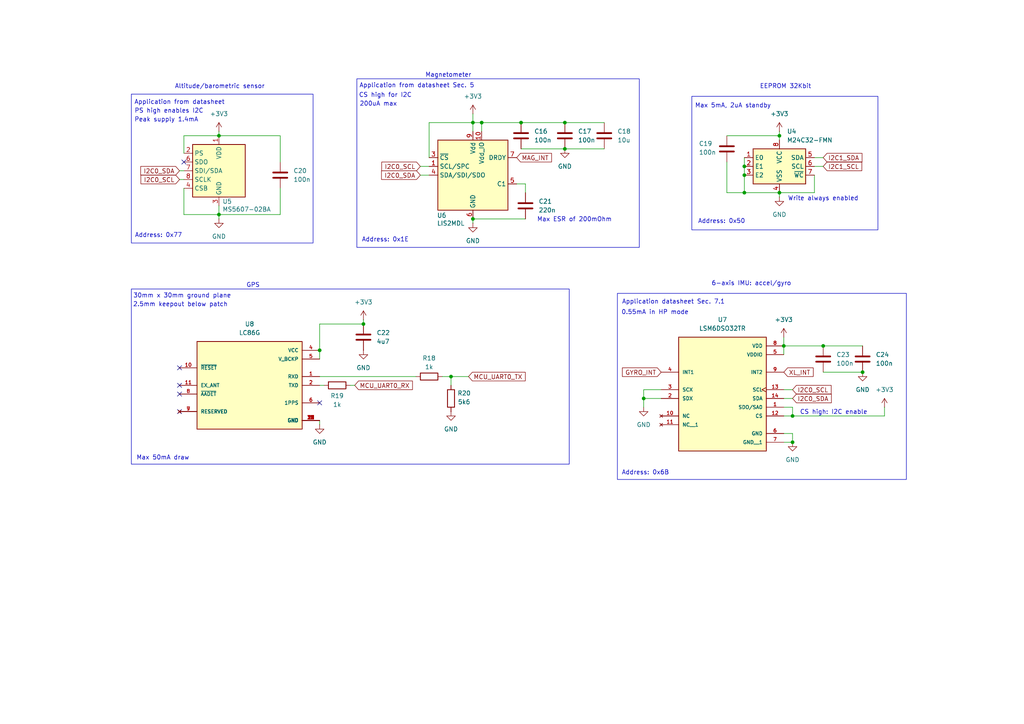
<source format=kicad_sch>
(kicad_sch (version 20231120) (generator "eeschema") (generator_version "8.0")
  (paper "A4")
  (title_block (title "Pygmy") (date "2024-11-11") (rev "B") (company "Matteo Golin"))
  (lib_symbols
    (symbol "Device:C" (pin_numbers hide) (pin_names (offset 0.254))
      (property "Reference" "C" (at 0.635 2.54 0))
      (property "Value" "C" (at 0.635 -2.54 0))
      (symbol "C_0_1"
        (polyline (pts (xy -2.032 -0.762) (xy 2.032 -0.762)) (stroke (width 0.508)))
        (polyline (pts (xy -2.032 0.762) (xy 2.032 0.762)) (stroke (width 0.508)))
      )
      (symbol "C_1_1"
        (pin passive line (at 0 3.81 270) (length 2.794) (name "~") (number "1"))
        (pin passive line (at 0 -3.81 90) (length 2.794) (name "~") (number "2"))
      )
    )
    (symbol "Device:R" (pin_numbers hide) (pin_names (offset 0))
      (property "Reference" "R" (at 2.032 0 90))
      (property "Value" "R" (at 0 0 90))
      (symbol "R_0_1"
        (rectangle (start -1.016 -2.54) (end 1.016 2.54) (stroke (width 0.254)))
      )
      (symbol "R_1_1"
        (pin passive line (at 0 3.81 270) (length 1.27) (name "~") (number "1"))
        (pin passive line (at 0 -3.81 90) (length 1.27) (name "~") (number "2"))
      )
    )
    (symbol "LC86G:LC86G" (pin_names (offset 1.016))
      (property "Reference" "U" (at -15.24 13.97 0))
      (property "Value" "LC86G" (at -15.24 -15.24 0))
      (symbol "LC86G_0_0"
        (rectangle (start -15.24 12.7) (end 15.24 -12.7) (stroke (width 0.254)) (fill (type background)))
        (pin input line (at 20.32 2.54 180) (length 5.08) (name "RXD") (number "1"))
        (pin input line (at -20.32 5.08 0) (length 5.08) (name "~{RESET}") (number "10"))
        (pin input line (at -20.32 0 0) (length 5.08) (name "EX_ANT") (number "11"))
        (pin power_in line (at 20.32 -10.16 180) (length 5.08) (name "GND") (number "12"))
        (pin power_in line (at 20.32 -10.16 180) (length 5.08) (name "GND") (number "13"))
        (pin power_in line (at 20.32 -10.16 180) (length 5.08) (name "GND") (number "14"))
        (pin power_in line (at 20.32 -10.16 180) (length 5.08) (name "GND") (number "15"))
        (pin power_in line (at 20.32 -10.16 180) (length 5.08) (name "GND") (number "16"))
        (pin power_in line (at 20.32 -10.16 180) (length 5.08) (name "GND") (number "17"))
        (pin power_in line (at 20.32 -10.16 180) (length 5.08) (name "GND") (number "18"))
        (pin power_in line (at 20.32 -10.16 180) (length 5.08) (name "GND") (number "19"))
        (pin output line (at 20.32 0 180) (length 5.08) (name "TXD") (number "2"))
        (pin power_in line (at 20.32 -10.16 180) (length 5.08) (name "GND") (number "20"))
        (pin power_in line (at 20.32 -10.16 180) (length 5.08) (name "GND") (number "21"))
        (pin power_in line (at 20.32 -10.16 180) (length 5.08) (name "GND") (number "22"))
        (pin power_in line (at 20.32 -10.16 180) (length 5.08) (name "GND") (number "23"))
        (pin power_in line (at 20.32 -10.16 180) (length 5.08) (name "GND") (number "24"))
        (pin power_in line (at 20.32 -10.16 180) (length 5.08) (name "GND") (number "25"))
        (pin power_in line (at 20.32 -10.16 180) (length 5.08) (name "GND") (number "26"))
        (pin power_in line (at 20.32 -10.16 180) (length 5.08) (name "GND") (number "27"))
        (pin power_in line (at 20.32 -10.16 180) (length 5.08) (name "GND") (number "28"))
        (pin power_in line (at 20.32 -10.16 180) (length 5.08) (name "GND") (number "29"))
        (pin power_in line (at 20.32 -10.16 180) (length 5.08) (name "GND") (number "3"))
        (pin power_in line (at 20.32 -10.16 180) (length 5.08) (name "GND") (number "30"))
        (pin power_in line (at 20.32 -10.16 180) (length 5.08) (name "GND") (number "31"))
        (pin power_in line (at 20.32 -10.16 180) (length 5.08) (name "GND") (number "32"))
        (pin power_in line (at 20.32 -10.16 180) (length 5.08) (name "GND") (number "33"))
        (pin power_in line (at 20.32 -10.16 180) (length 5.08) (name "GND") (number "34"))
        (pin power_in line (at 20.32 -10.16 180) (length 5.08) (name "GND") (number "35"))
        (pin power_in line (at 20.32 -10.16 180) (length 5.08) (name "GND") (number "36"))
        (pin power_in line (at 20.32 10.16 180) (length 5.08) (name "VCC") (number "4"))
        (pin power_in line (at 20.32 7.62 180) (length 5.08) (name "V_BCKP") (number "5"))
        (pin output line (at 20.32 -5.08 180) (length 5.08) (name "1PPS") (number "6"))
        (pin no_connect line (at -20.32 -7.62 0) (length 5.08) (name "RESERVED") (number "7"))
        (pin bidirectional line (at -20.32 -2.54 0) (length 5.08) (name "~{AADET}") (number "8"))
        (pin no_connect line (at -20.32 -7.62 0) (length 5.08) (name "RESERVED") (number "9"))
      )
    )
    (symbol "LSM6DSO32TR:LSM6DSO32TR" (pin_names (offset 1.016))
      (property "Reference" "U" (at -12.7 16.002 0))
      (property "Value" "LSM6DSO32TR" (at -12.7 -20.32 0))
      (symbol "LSM6DSO32TR_0_0"
        (rectangle (start -12.7 -17.78) (end 12.7 15.24) (stroke (width 0.254)) (fill (type background)))
        (pin bidirectional line (at 17.78 -5.08 180) (length 5.08) (name "SDO/SA0") (number "1"))
        (pin no_connect line (at -17.78 -7.62 0) (length 5.08) (name "NC") (number "10"))
        (pin no_connect line (at -17.78 -10.16 0) (length 5.08) (name "NC__1") (number "11"))
        (pin input line (at 17.78 -7.62 180) (length 5.08) (name "CS") (number "12"))
        (pin input clock (at 17.78 0 180) (length 5.08) (name "SCL") (number "13"))
        (pin bidirectional line (at 17.78 -2.54 180) (length 5.08) (name "SDA") (number "14"))
        (pin passive line (at -17.78 -2.54 0) (length 5.08) (name "SDX") (number "2"))
        (pin passive line (at -17.78 0 0) (length 5.08) (name "SCX") (number "3"))
        (pin input line (at -17.78 5.08 0) (length 5.08) (name "INT1") (number "4"))
        (pin power_in line (at 17.78 10.16 180) (length 5.08) (name "VDDIO") (number "5"))
        (pin power_in line (at 17.78 -12.7 180) (length 5.08) (name "GND") (number "6"))
        (pin power_in line (at 17.78 -15.24 180) (length 5.08) (name "GND__1") (number "7"))
        (pin power_in line (at 17.78 12.7 180) (length 5.08) (name "VDD") (number "8"))
        (pin output line (at 17.78 5.08 180) (length 5.08) (name "INT2") (number "9"))
      )
    )
    (symbol "Memory_EEPROM:M24C02-FMN"
      (property "Reference" "U" (at -6.35 6.35 0))
      (property "Value" "M24C02-FMN" (at 7.62 6.35 0))
      (symbol "M24C02-FMN_0_1"
        (rectangle (start -7.62 5.08) (end 7.62 -5.08) (stroke (width 0.254)) (fill (type background)))
      )
      (symbol "M24C02-FMN_1_1"
        (pin input line (at -10.16 2.54 0) (length 2.54) (name "E0") (number "1"))
        (pin input line (at -10.16 0 0) (length 2.54) (name "E1") (number "2"))
        (pin input line (at -10.16 -2.54 0) (length 2.54) (name "E2") (number "3"))
        (pin power_in line (at 0 -7.62 90) (length 2.54) (name "VSS") (number "4"))
        (pin bidirectional line (at 10.16 2.54 180) (length 2.54) (name "SDA") (number "5"))
        (pin input line (at 10.16 0 180) (length 2.54) (name "SCL") (number "6"))
        (pin input line (at 10.16 -2.54 180) (length 2.54) (name "~{WC}") (number "7"))
        (pin power_in line (at 0 7.62 270) (length 2.54) (name "VCC") (number "8"))
      )
    )
    (symbol "Sensor_Magnetic:LIS2MDL"
      (property "Reference" "U" (at -8.89 11.43 0))
      (property "Value" "LIS2MDL" (at 7.62 11.43 0))
      (symbol "LIS2MDL_0_1"
        (rectangle (start -10.16 10.16) (end 10.16 -10.16) (stroke (width 0.254)) (fill (type background)))
      )
      (symbol "LIS2MDL_1_1"
        (pin input line (at -12.7 2.54 0) (length 2.54) (name "SCL/SPC") (number "1"))
        (pin power_in line (at 2.54 12.7 270) (length 2.54) (name "Vdd_IO") (number "10"))
        (pin no_connect line (at -10.16 -7.62 0) (length 2.54) hide (name "NC") (number "11"))
        (pin no_connect line (at 10.16 -7.62 180) (length 2.54) hide (name "NC") (number "12"))
        (pin no_connect line (at -10.16 -5.08 0) (length 2.54) hide (name "NC") (number "2"))
        (pin input line (at -12.7 5.08 0) (length 2.54) (name "~{CS}") (number "3"))
        (pin bidirectional line (at -12.7 0 0) (length 2.54) (name "SDA/SDI/SDO") (number "4"))
        (pin power_out line (at 12.7 -2.54 180) (length 2.54) (name "C1") (number "5"))
        (pin power_in line (at 0 -12.7 90) (length 2.54) (name "GND") (number "6"))
        (pin output line (at 12.7 5.08 180) (length 2.54) (name "DRDY") (number "7"))
        (pin passive line (at 0 -12.7 90) (length 2.54) hide (name "GND") (number "8"))
        (pin power_in line (at 0 12.7 270) (length 2.54) (name "Vdd") (number "9"))
      )
    )
    (symbol "Sensor_Pressure:MS5607-02BA"
      (property "Reference" "U" (at -6.35 8.89 0))
      (property "Value" "MS5607-02BA" (at 7.62 8.89 0))
      (symbol "MS5607-02BA_0_1"
        (rectangle (start -7.62 7.62) (end 7.62 -7.62) (stroke (width 0.254)) (fill (type background)))
      )
      (symbol "MS5607-02BA_1_1"
        (pin power_in line (at 0 10.16 270) (length 2.54) (name "VDD") (number "1"))
        (pin input line (at -10.16 5.08 0) (length 2.54) (name "PS") (number "2"))
        (pin power_in line (at 0 -10.16 90) (length 2.54) (name "GND") (number "3"))
        (pin input line (at -10.16 -5.08 0) (length 2.54) (name "CSB") (number "4"))
        (pin input line (at -10.16 -5.08 0) (length 2.54) hide (name "CSB") (number "5"))
        (pin output line (at -10.16 2.54 0) (length 2.54) (name "SDO") (number "6"))
        (pin bidirectional line (at -10.16 0 0) (length 2.54) (name "SDI/SDA") (number "7"))
        (pin input line (at -10.16 -2.54 0) (length 2.54) (name "SCLK") (number "8"))
      )
    )
    (symbol "power:+3.3V" (power) (pin_numbers hide) (pin_names (offset 0) hide)
      (property "Value" "+3.3V" (at 0 3.556 0))
      (symbol "+3.3V_0_1"
        (polyline (pts (xy -0.762 1.27) (xy 0 2.54)))
        (polyline (pts (xy 0 0) (xy 0 2.54)))
        (polyline (pts (xy 0 2.54) (xy 0.762 1.27)))
      )
      (symbol "+3.3V_1_1"
        (pin power_in line (at 0 0 90) (length 0) (name "~") (number "1"))
      )
    )
    (symbol "power:+3V3" (power) (pin_numbers hide) (pin_names (offset 0) hide)
      (property "Value" "+3V3" (at 0 3.556 0))
      (symbol "+3V3_0_1"
        (polyline (pts (xy -0.762 1.27) (xy 0 2.54)))
        (polyline (pts (xy 0 0) (xy 0 2.54)))
        (polyline (pts (xy 0 2.54) (xy 0.762 1.27)))
      )
      (symbol "+3V3_1_1"
        (pin power_in line (at 0 0 90) (length 0) (name "~") (number "1"))
      )
    )
    (symbol "power:GND" (power) (pin_numbers hide) (pin_names (offset 0) hide)
      (property "Value" "GND" (at 0 -3.81 0))
      (symbol "GND_0_1"
        (polyline (pts (xy 0 0) (xy 0 -1.27) (xy 1.27 -1.27) (xy 0 -2.54) (xy -1.27 -1.27) (xy 0 -1.27)))
      )
      (symbol "GND_1_1"
        (pin power_in line (at 0 0 270) (length 0) (name "~") (number "1"))
      )
    )
  )
  (junction (at 215.9 55.88))
  (junction (at 229.87 120.65))
  (junction (at 63.5 39.37))
  (junction (at 139.7 35.56))
  (junction (at 151.13 35.56))
  (junction (at 163.83 43.18))
  (junction (at 238.76 100.33))
  (junction (at 226.06 55.88))
  (junction (at 227.33 100.33))
  (junction (at 63.5 62.23))
  (junction (at 105.41 93.98))
  (junction (at 186.69 115.57))
  (junction (at 92.71 101.6))
  (junction (at 137.16 63.5))
  (junction (at 215.9 50.8))
  (junction (at 226.06 39.37))
  (junction (at 130.81 109.22))
  (junction (at 215.9 48.26))
  (junction (at 229.87 128.27))
  (junction (at 137.16 35.56))
  (junction (at 163.83 35.56))
  (junction (at 250.19 107.95))
  (no_connect (at 52.07 119.38))
  (no_connect (at 52.07 106.68))
  (no_connect (at 52.07 114.3))
  (no_connect (at 92.71 116.84))
  (no_connect (at 52.07 111.76))
  (no_connect (at 53.34 46.99))
  (wire (pts (xy 226.06 57.15) (xy 226.06 55.88)))
  (wire (pts (xy 137.16 33.02) (xy 137.16 35.56)))
  (wire (pts (xy 236.22 50.8) (xy 236.22 55.88)))
  (wire (pts (xy 102.87 111.76) (xy 101.6 111.76)))
  (wire (pts (xy 238.76 45.72) (xy 236.22 45.72)))
  (wire (pts (xy 121.92 48.26) (xy 124.46 48.26)))
  (wire (pts (xy 151.13 43.18) (xy 163.83 43.18)))
  (wire (pts (xy 227.33 100.33) (xy 238.76 100.33)))
  (wire (pts (xy 130.81 109.22) (xy 135.89 109.22)))
  (wire (pts (xy 92.71 93.98) (xy 105.41 93.98)))
  (wire (pts (xy 137.16 63.5) (xy 152.4 63.5)))
  (wire (pts (xy 53.34 39.37) (xy 63.5 39.37)))
  (wire (pts (xy 238.76 107.95) (xy 250.19 107.95)))
  (wire (pts (xy 124.46 45.72) (xy 124.46 35.56)))
  (wire (pts (xy 130.81 111.76) (xy 130.81 109.22)))
  (wire (pts (xy 81.28 62.23) (xy 63.5 62.23)))
  (wire (pts (xy 256.54 118.11) (xy 256.54 120.65)))
  (wire (pts (xy 163.83 35.56) (xy 175.26 35.56)))
  (wire (pts (xy 93.98 111.76) (xy 92.71 111.76)))
  (wire (pts (xy 226.06 39.37) (xy 226.06 40.64)))
  (wire (pts (xy 121.92 50.8) (xy 124.46 50.8)))
  (wire (pts (xy 256.54 120.65) (xy 229.87 120.65)))
  (wire (pts (xy 210.82 55.88) (xy 215.9 55.88)))
  (wire (pts (xy 81.28 54.61) (xy 81.28 62.23)))
  (wire (pts (xy 139.7 35.56) (xy 151.13 35.56)))
  (wire (pts (xy 186.69 118.11) (xy 186.69 115.57)))
  (wire (pts (xy 227.33 102.87) (xy 227.33 100.33)))
  (wire (pts (xy 210.82 46.99) (xy 210.82 55.88)))
  (wire (pts (xy 215.9 48.26) (xy 215.9 50.8)))
  (wire (pts (xy 81.28 39.37) (xy 81.28 46.99)))
  (wire (pts (xy 210.82 39.37) (xy 226.06 39.37)))
  (wire (pts (xy 53.34 54.61) (xy 53.34 62.23)))
  (wire (pts (xy 186.69 115.57) (xy 186.69 113.03)))
  (wire (pts (xy 175.26 43.18) (xy 163.83 43.18)))
  (wire (pts (xy 229.87 125.73) (xy 227.33 125.73)))
  (wire (pts (xy 238.76 100.33) (xy 250.19 100.33)))
  (wire (pts (xy 92.71 101.6) (xy 92.71 93.98)))
  (wire (pts (xy 137.16 35.56) (xy 137.16 38.1)))
  (wire (pts (xy 215.9 50.8) (xy 215.9 55.88)))
  (wire (pts (xy 186.69 113.03) (xy 191.77 113.03)))
  (wire (pts (xy 226.06 39.37) (xy 226.06 38.1)))
  (wire (pts (xy 152.4 53.34) (xy 152.4 55.88)))
  (wire (pts (xy 63.5 63.5) (xy 63.5 62.23)))
  (wire (pts (xy 137.16 35.56) (xy 139.7 35.56)))
  (wire (pts (xy 137.16 64.77) (xy 137.16 63.5)))
  (wire (pts (xy 229.87 128.27) (xy 227.33 128.27)))
  (wire (pts (xy 139.7 35.56) (xy 139.7 38.1)))
  (wire (pts (xy 229.87 118.11) (xy 229.87 120.65)))
  (wire (pts (xy 227.33 118.11) (xy 229.87 118.11)))
  (wire (pts (xy 63.5 38.1) (xy 63.5 39.37)))
  (wire (pts (xy 52.07 49.53) (xy 53.34 49.53)))
  (wire (pts (xy 229.87 115.57) (xy 227.33 115.57)))
  (wire (pts (xy 236.22 55.88) (xy 226.06 55.88)))
  (wire (pts (xy 105.41 92.71) (xy 105.41 93.98)))
  (wire (pts (xy 229.87 125.73) (xy 229.87 128.27)))
  (wire (pts (xy 186.69 115.57) (xy 191.77 115.57)))
  (wire (pts (xy 152.4 53.34) (xy 149.86 53.34)))
  (wire (pts (xy 215.9 55.88) (xy 226.06 55.88)))
  (wire (pts (xy 63.5 62.23) (xy 63.5 59.69)))
  (wire (pts (xy 52.07 52.07) (xy 53.34 52.07)))
  (wire (pts (xy 229.87 113.03) (xy 227.33 113.03)))
  (wire (pts (xy 92.71 123.19) (xy 92.71 121.92)))
  (wire (pts (xy 124.46 35.56) (xy 137.16 35.56)))
  (wire (pts (xy 92.71 101.6) (xy 92.71 104.14)))
  (wire (pts (xy 53.34 44.45) (xy 53.34 39.37)))
  (wire (pts (xy 92.71 109.22) (xy 120.65 109.22)))
  (wire (pts (xy 130.81 109.22) (xy 128.27 109.22)))
  (wire (pts (xy 81.28 39.37) (xy 63.5 39.37)))
  (wire (pts (xy 238.76 48.26) (xy 236.22 48.26)))
  (wire (pts (xy 215.9 45.72) (xy 215.9 48.26)))
  (wire (pts (xy 227.33 100.33) (xy 227.33 97.79)))
  (wire (pts (xy 229.87 120.65) (xy 227.33 120.65)))
  (wire (pts (xy 53.34 62.23) (xy 63.5 62.23)))
  (wire (pts (xy 151.13 35.56) (xy 163.83 35.56)))
  (rectangle (start 38.1 83.82) (end 165.1 134.62))
  (rectangle (start 38.1 27.305) (end 90.805 70.485))
  (rectangle (start 103.505 22.86) (end 185.42 71.755))
  (rectangle (start 200.66 27.94) (end 254.635 66.675))
  (rectangle (start 179.07 85.09) (end 262.89 139.065))
  (text "Application datasheet Sec. 7.1" (at 195.326 87.63 0) (effects (font (size 1.27 1.27))))
  (text "CS high for I2C" (at 111.76 27.686 0) (effects (font (size 1.27 1.27))))
  (text "Address: 0x50" (at 209.296 64.262 0) (effects (font (size 1.27 1.27))))
  (text "Address: 0x6B" (at 187.198 137.16 0) (effects (font (size 1.27 1.27))))
  (text "Application from datasheet Sec. 5" (at 120.904 24.892 0) (effects (font (size 1.27 1.27))))
  (text "Address: 0x77" (at 45.974 68.326 0) (effects (font (size 1.27 1.27))))
  (text "30mm x 30mm ground plane" (at 52.832 85.852 0) (effects (font (size 1.27 1.27))))
  (text "Altitude/barometric sensor" (at 63.754 25.146 0) (effects (font (size 1.27 1.27))))
  (text "Max 5mA, 2uA standby" (at 212.598 30.734 0) (effects (font (size 1.27 1.27))))
  (text "GPS" (at 73.406 82.804 0) (effects (font (size 1.27 1.27))))
  (text "6-axis IMU: accel/gyro" (at 217.932 82.296 0) (effects (font (size 1.27 1.27))))
  (text "200uA max" (at 109.728 30.226 0) (effects (font (size 1.27 1.27))))
  (text "Magnetometer" (at 130.048 21.844 0) (effects (font (size 1.27 1.27))))
  (text "Address: 0x1E" (at 111.76 69.596 0) (effects (font (size 1.27 1.27))))
  (text "EEPROM 32Kbit" (at 227.838 25.146 0) (effects (font (size 1.27 1.27))))
  (text "CS high: I2C enable" (at 241.808 119.634 0) (effects (font (size 1.27 1.27))))
  (text "Write always enabled" (at 238.76 57.658 0) (effects (font (size 1.27 1.27))))
  (text "PS high enables I2C" (at 49.022 32.258 0) (effects (font (size 1.27 1.27))))
  (text "Application from datasheet" (at 52.07 29.718 0) (effects (font (size 1.27 1.27))))
  (text "Peak supply 1.4mA" (at 48.26 34.798 0) (effects (font (size 1.27 1.27))))
  (text "2.5mm keepout below patch" (at 52.324 88.392 0) (effects (font (size 1.27 1.27))))
  (text "Max 50mA draw" (at 47.244 132.842 0) (effects (font (size 1.27 1.27))))
  (text "0.55mA in HP mode" (at 189.992 90.678 0) (effects (font (size 1.27 1.27))))
  (text "Max ESR of 200mOhm" (at 166.624 63.754 0) (effects (font (size 1.27 1.27))))
  (global_label "MCU_UART0_TX" (shape input) (at 135.89 109.22 0) (property "Intersheetrefs" "${INTERSHEET_REFS}" (effects (hide yes))))
  (global_label "GYRO_INT" (shape input) (at 191.77 107.95 180) (property "Intersheetrefs" "${INTERSHEET_REFS}" (effects (hide yes))))
  (global_label "I2C1_SDA" (shape input) (at 238.76 45.72 0) (property "Intersheetrefs" "${INTERSHEET_REFS}" (effects (hide yes))))
  (global_label "XL_INT" (shape input) (at 227.33 107.95 0) (property "Intersheetrefs" "${INTERSHEET_REFS}" (effects (hide yes))))
  (global_label "MAG_INT" (shape input) (at 149.86 45.72 0) (property "Intersheetrefs" "${INTERSHEET_REFS}" (effects (hide yes))))
  (global_label "I2C0_SCL" (shape input) (at 229.87 113.03 0) (property "Intersheetrefs" "${INTERSHEET_REFS}" (effects (hide yes))))
  (global_label "I2C1_SCL" (shape input) (at 238.76 48.26 0) (property "Intersheetrefs" "${INTERSHEET_REFS}" (effects (hide yes))))
  (global_label "I2C0_SDA" (shape input) (at 52.07 49.53 180) (property "Intersheetrefs" "${INTERSHEET_REFS}" (effects (hide yes))))
  (global_label "I2C0_SDA" (shape input) (at 229.87 115.57 0) (property "Intersheetrefs" "${INTERSHEET_REFS}" (effects (hide yes))))
  (global_label "I2C0_SCL" (shape input) (at 52.07 52.07 180) (property "Intersheetrefs" "${INTERSHEET_REFS}" (effects (hide yes))))
  (global_label "MCU_UART0_RX" (shape input) (at 102.87 111.76 0) (property "Intersheetrefs" "${INTERSHEET_REFS}" (effects (hide yes))))
  (global_label "I2C0_SCL" (shape input) (at 121.92 48.26 180) (property "Intersheetrefs" "${INTERSHEET_REFS}" (effects (hide yes))))
  (global_label "I2C0_SDA" (shape input) (at 121.92 50.8 180) (property "Intersheetrefs" "${INTERSHEET_REFS}" (effects (hide yes))))
  (symbol (lib_id "Device:C") (at 152.4 59.69 0) (unit 1)
    (property "Reference" "C21" (at 156.21 58.4199 0) (effects (justify left)))
    (property "Value" "220n" (at 156.21 60.9599 0) (effects (justify left)))
    (property "Footprint" "Capacitor_SMD:C_0603_1608Metric" (effects (hide yes)))
    (property "Datasheet" "https://www.mouser.ca/datasheet/2/210/WTC_MLCC_General_Purpose-1534899.pdf" (effects (hide yes)))
    (property "Description" "Unpolarized capacitor" (effects (hide yes)))
    (property "MP" "0603B204K160CT" (effects (hide yes)))
  )
  (symbol (lib_id "power:GND") (at 229.87 128.27 0) (unit 1)
    (property "Reference" "#PWR056" (effects (hide yes)))
    (property "Value" "GND" (at 229.87 133.35 0))
    (property "Description" "Power symbol creates a global label with name \"GND\" , ground" (effects (hide yes)))
  )
  (symbol (lib_id "power:+3.3V") (at 63.5 38.1 0) (unit 1)
    (property "Reference" "#PWR043" (effects (hide yes)))
    (property "Value" "+3V3" (at 63.5 33.02 0))
    (property "Description" "Power symbol creates a global label with name \"+3.3V\"" (effects (hide yes)))
  )
  (symbol (lib_id "Device:C") (at 250.19 104.14 0) (unit 1)
    (property "Reference" "C24" (at 254 102.8699 0) (effects (justify left)))
    (property "Value" "100n" (at 254 105.4099 0) (effects (justify left)))
    (property "Footprint" "Capacitor_SMD:C_0402_1005Metric" (effects (hide yes)))
    (property "Datasheet" "https://www.mouser.ca/datasheet/2/281/1/GRM155R61A104KA01_02A-1983866.pdf" (effects (hide yes)))
    (property "Description" "Unpolarized capacitor" (effects (hide yes)))
    (property "MP" "GRM155R61A104KA01J " (effects (hide yes)))
  )
  (symbol (lib_id "Device:C") (at 175.26 39.37 0) (unit 1)
    (property "Reference" "C18" (at 179.07 38.0999 0) (effects (justify left)))
    (property "Value" "10u" (at 179.07 40.6399 0) (effects (justify left)))
    (property "Footprint" "Capacitor_SMD:C_0603_1608Metric" (effects (hide yes)))
    (property "Datasheet" "https://product.tdk.com/system/files/dam/doc/product/capacitor/ceramic/mlcc/catalog/mlcc_commercial_general_en.pdf?ref_disty=mouser" (effects (hide yes)))
    (property "Description" "Unpolarized capacitor" (effects (hide yes)))
    (property "MP" "C1608X5R0J106K080AB" (effects (hide yes)))
  )
  (symbol (lib_id "Device:R") (at 124.46 109.22 90) (unit 1)
    (property "Reference" "R18" (at 124.46 103.886 90))
    (property "Value" "1k" (at 124.46 106.426 90))
    (property "Footprint" "Resistor_SMD:R_0402_1005Metric" (effects (hide yes)))
    (property "Datasheet" "https://www.mouser.ca/datasheet/2/315/AOA0000C307-1149632.pdf" (effects (hide yes)))
    (property "Description" "Resistor" (effects (hide yes)))
    (property "MP" "ERA-2AEB102X" (effects (hide yes)))
  )
  (symbol (lib_id "power:GND") (at 137.16 64.77 0) (unit 1)
    (property "Reference" "#PWR048" (effects (hide yes)))
    (property "Value" "GND" (at 137.16 69.85 0))
    (property "Description" "Power symbol creates a global label with name \"GND\" , ground" (effects (hide yes)))
  )
  (symbol (lib_id "Device:R") (at 97.79 111.76 90) (unit 1)
    (property "Reference" "R19" (at 97.79 114.808 90))
    (property "Value" "1k" (at 97.79 117.348 90))
    (property "Footprint" "Resistor_SMD:R_0402_1005Metric" (effects (hide yes)))
    (property "Datasheet" "https://www.mouser.ca/datasheet/2/315/AOA0000C307-1149632.pdf" (effects (hide yes)))
    (property "Description" "Resistor" (effects (hide yes)))
    (property "MP" "ERA-2AEB102X" (effects (hide yes)))
  )
  (symbol (lib_id "power:GND") (at 92.71 123.19 0) (unit 1)
    (property "Reference" "#PWR055" (effects (hide yes)))
    (property "Value" "GND" (at 92.71 128.27 0))
    (property "Description" "Power symbol creates a global label with name \"GND\" , ground" (effects (hide yes)))
  )
  (symbol (lib_id "Memory_EEPROM:M24C02-FMN") (at 226.06 48.26 0) (unit 1)
    (property "Reference" "U4" (at 228.2541 38.1 0) (effects (justify left)))
    (property "Value" "M24C32-FMN" (at 228.2541 40.64 0) (effects (justify left)))
    (property "Footprint" "Package_SO:SOIC-8_3.9x4.9mm_P1.27mm" (effects (hide yes)))
    (property "Datasheet" "https://www.st.com/content/ccc/resource/technical/document/datasheet/80/4e/8c/54/f2/63/4c/4a/CD00001012.pdf/files/CD00001012.pdf/jcr:content/translations/en.CD00001012.pdf" (effects (hide yes)))
    (property "Description" "32Kb (4kx8) I2C Serial EEPROM, 1.6-5.5V, SOIC-8" (effects (hide yes)))
    (property "MP" "M24C32-FMN6TP" (effects (hide yes)))
  )
  (symbol (lib_id "power:+3V3") (at 105.41 92.71 0) (unit 1)
    (property "Reference" "#PWR049" (effects (hide yes)))
    (property "Value" "+3V3" (at 105.41 87.63 0))
    (property "Description" "Power symbol creates a global label with name \"+3V3\"" (effects (hide yes)))
  )
  (symbol (lib_id "Device:R") (at 130.81 115.57 0) (unit 1)
    (property "Reference" "R20" (at 134.62 114.046 0))
    (property "Value" "5k6" (at 134.62 116.586 0))
    (property "Footprint" "Resistor_SMD:R_0402_1005Metric" (effects (hide yes)))
    (property "Datasheet" "https://www.mouser.ca/datasheet/2/54/cr-1858361.pdf" (effects (hide yes)))
    (property "Description" "Resistor" (effects (hide yes)))
    (property "MP" "CR0402-FX-5601GLF" (effects (hide yes)))
  )
  (symbol (lib_id "Sensor_Magnetic:LIS2MDL") (at 137.16 50.8 0) (unit 1)
    (property "Reference" "U6" (at 126.746 62.484 0) (effects (justify left)))
    (property "Value" "LIS2MDL" (at 126.746 64.77 0) (effects (justify left)))
    (property "Footprint" "Package_LGA:LGA-12_2x2mm_P0.5mm" (effects (hide yes)))
    (property "Datasheet" "https://www.st.com/resource/en/datasheet/lis2mdl.pdf" (effects (hide yes)))
    (property "Description" "Ultra-low-power, 3-axis digital output magnetometer, LGA-12" (effects (hide yes)))
    (property "MP" "LIS2MDLTR" (effects (hide yes)))
  )
  (symbol (lib_id "Device:C") (at 163.83 39.37 0) (unit 1)
    (property "Reference" "C17" (at 167.64 38.0999 0) (effects (justify left)))
    (property "Value" "100n" (at 167.64 40.6399 0) (effects (justify left)))
    (property "Footprint" "Capacitor_SMD:C_0402_1005Metric" (effects (hide yes)))
    (property "Datasheet" "https://www.mouser.ca/datasheet/2/281/1/GRM155R61A104KA01_02A-1983866.pdf" (effects (hide yes)))
    (property "Description" "Unpolarized capacitor" (effects (hide yes)))
    (property "MP" "GRM155R61A104KA01J " (effects (hide yes)))
  )
  (symbol (lib_id "Device:C") (at 238.76 104.14 0) (unit 1)
    (property "Reference" "C23" (at 242.57 102.8699 0) (effects (justify left)))
    (property "Value" "100n" (at 242.57 105.4099 0) (effects (justify left)))
    (property "Footprint" "Capacitor_SMD:C_0402_1005Metric" (effects (hide yes)))
    (property "Datasheet" "https://www.mouser.ca/datasheet/2/281/1/GRM155R61A104KA01_02A-1983866.pdf" (effects (hide yes)))
    (property "Description" "Unpolarized capacitor" (effects (hide yes)))
    (property "MP" "GRM155R61A104KA01J " (effects (hide yes)))
  )
  (symbol (lib_id "power:+3.3V") (at 227.33 97.79 0) (unit 1)
    (property "Reference" "#PWR050" (effects (hide yes)))
    (property "Value" "+3V3" (at 227.33 92.71 0))
    (property "Description" "Power symbol creates a global label with name \"+3.3V\"" (effects (hide yes)))
  )
  (symbol (lib_id "Device:C") (at 151.13 39.37 0) (unit 1)
    (property "Reference" "C16" (at 154.94 38.0999 0) (effects (justify left)))
    (property "Value" "100n" (at 154.94 40.6399 0) (effects (justify left)))
    (property "Footprint" "Capacitor_SMD:C_0402_1005Metric" (effects (hide yes)))
    (property "Datasheet" "https://www.mouser.ca/datasheet/2/281/1/GRM155R61A104KA01_02A-1983866.pdf" (effects (hide yes)))
    (property "Description" "Unpolarized capacitor" (effects (hide yes)))
    (property "MP" "GRM155R61A104KA01J " (effects (hide yes)))
  )
  (symbol (lib_id "LC86G:LC86G") (at 72.39 111.76 0) (unit 1)
    (property "Reference" "U8" (at 72.39 93.98 0))
    (property "Value" "LC86G" (at 72.39 96.52 0))
    (property "Footprint" "LC86G:XCVR_LC86G" (effects (hide yes)))
    (property "Datasheet" "https://www.mouser.ca/datasheet/2/1052/Quectel_7_14_2022_Quectel_LC86G_GNSS_Specification-3000079.pdf" (effects (hide yes)))
    (property "MF" "Quectel" (effects (hide yes)))
    (property "MAXIMUM_PACKAGE_HEIGHT" "7.25 mm" (effects (hide yes)))
    (property "MP" "LC86GLAMD" (effects (hide yes)))
    (property "MANUFACTURER" "Quectel" (effects (hide yes)))
  )
  (symbol (lib_id "power:GND") (at 186.69 118.11 0) (unit 1)
    (property "Reference" "#PWR053" (effects (hide yes)))
    (property "Value" "GND" (at 186.69 123.19 0))
    (property "Description" "Power symbol creates a global label with name \"GND\" , ground" (effects (hide yes)))
  )
  (symbol (lib_id "Device:C") (at 81.28 50.8 0) (unit 1)
    (property "Reference" "C20" (at 85.09 49.5299 0) (effects (justify left)))
    (property "Value" "100n" (at 85.09 52.0699 0) (effects (justify left)))
    (property "Footprint" "Capacitor_SMD:C_0402_1005Metric" (effects (hide yes)))
    (property "Datasheet" "https://www.mouser.ca/datasheet/2/281/1/GRM155R61A104KA01_02A-1983866.pdf" (effects (hide yes)))
    (property "Description" "Unpolarized capacitor" (effects (hide yes)))
    (property "MP" "GRM155R61A104KA01J " (effects (hide yes)))
  )
  (symbol (lib_id "Device:C") (at 105.41 97.79 0) (unit 1)
    (property "Reference" "C22" (at 109.22 96.5199 0) (effects (justify left)))
    (property "Value" "4u7" (at 109.22 99.0599 0) (effects (justify left)))
    (property "Footprint" "Capacitor_SMD:C_0603_1608Metric" (effects (hide yes)))
    (property "Datasheet" "https://product.tdk.com/system/files/dam/doc/product/capacitor/ceramic/mlcc/catalog/mlcc_automotive_general_en.pdf?ref_disty=mouser" (effects (hide yes)))
    (property "Description" "Unpolarized capacitor" (effects (hide yes)))
    (property "MP" "CGA3E1X5R0J475K080AC" (effects (hide yes)))
  )
  (symbol (lib_id "power:GND") (at 163.83 43.18 0) (unit 1)
    (property "Reference" "#PWR045" (effects (hide yes)))
    (property "Value" "GND" (at 163.83 48.26 0))
    (property "Description" "Power symbol creates a global label with name \"GND\" , ground" (effects (hide yes)))
  )
  (symbol (lib_id "power:GND") (at 63.5 63.5 0) (unit 1)
    (property "Reference" "#PWR047" (effects (hide yes)))
    (property "Value" "GND" (at 63.5 68.58 0))
    (property "Description" "Power symbol creates a global label with name \"GND\" , ground" (effects (hide yes)))
  )
  (symbol (lib_id "power:GND") (at 105.41 101.6 0) (unit 1)
    (property "Reference" "#PWR051" (effects (hide yes)))
    (property "Value" "GND" (at 105.41 106.68 0))
    (property "Description" "Power symbol creates a global label with name \"GND\" , ground" (effects (hide yes)))
  )
  (symbol (lib_id "power:GND") (at 130.81 119.38 0) (unit 1)
    (property "Reference" "#PWR075" (effects (hide yes)))
    (property "Value" "GND" (at 130.81 124.46 0))
    (property "Description" "Power symbol creates a global label with name \"GND\" , ground" (effects (hide yes)))
  )
  (symbol (lib_id "power:GND") (at 250.19 107.95 0) (unit 1)
    (property "Reference" "#PWR052" (effects (hide yes)))
    (property "Value" "GND" (at 250.19 113.03 0))
    (property "Description" "Power symbol creates a global label with name \"GND\" , ground" (effects (hide yes)))
  )
  (symbol (lib_id "power:+3.3V") (at 137.16 33.02 0) (unit 1)
    (property "Reference" "#PWR042" (effects (hide yes)))
    (property "Value" "+3V3" (at 137.16 27.94 0))
    (property "Description" "Power symbol creates a global label with name \"+3.3V\"" (effects (hide yes)))
  )
  (symbol (lib_id "power:GND") (at 226.06 57.15 0) (unit 1)
    (property "Reference" "#PWR046" (effects (hide yes)))
    (property "Value" "GND" (at 226.06 62.23 0))
    (property "Description" "Power symbol creates a global label with name \"GND\" , ground" (effects (hide yes)))
  )
  (symbol (lib_id "power:+3.3V") (at 226.06 38.1 0) (unit 1)
    (property "Reference" "#PWR044" (effects (hide yes)))
    (property "Value" "+3V3" (at 226.06 33.02 0))
    (property "Description" "Power symbol creates a global label with name \"+3.3V\"" (effects (hide yes)))
  )
  (symbol (lib_id "power:+3.3V") (at 256.54 118.11 0) (unit 1)
    (property "Reference" "#PWR054" (effects (hide yes)))
    (property "Value" "+3V3" (at 256.54 113.03 0))
    (property "Description" "Power symbol creates a global label with name \"+3.3V\"" (effects (hide yes)))
  )
  (symbol (lib_id "Sensor_Pressure:MS5607-02BA") (at 63.5 49.53 0) (unit 1)
    (property "Reference" "U5" (at 64.516 58.42 0) (effects (justify left)))
    (property "Value" "MS5607-02BA" (at 64.516 60.706 0) (effects (justify left)))
    (property "Footprint" "Package_LGA:LGA-8_3x5mm_P1.25mm" (effects (hide yes)))
    (property "Datasheet" "https://www.te.com/commerce/DocumentDelivery/DDEController?Action=showdoc&DocId=Data+Sheet%7FMS5607-02BA03%7FB2%7Fpdf%7FEnglish%7FENG_DS_MS5607-02BA03_B2.pdf%7FCAT-BLPS0035" (effects (hide yes)))
    (property "Description" "Barometric pressure sensor, 20cm resolution, 10 to 1200 mbar, I2C and SPI interface up to 20MHz, LGA-8" (effects (hide yes)))
    (property "MP" "MS560702BA03-50" (effects (hide yes)))
  )
  (symbol (lib_id "Device:C") (at 210.82 43.18 0) (unit 1)
    (property "Reference" "C19" (at 202.692 41.656 0) (effects (justify left)))
    (property "Value" "100n" (at 202.692 44.196 0) (effects (justify left)))
    (property "Footprint" "Capacitor_SMD:C_0402_1005Metric" (effects (hide yes)))
    (property "Datasheet" "https://www.mouser.ca/datasheet/2/281/1/GRM155R61A104KA01_02A-1983866.pdf" (effects (hide yes)))
    (property "Description" "Unpolarized capacitor" (effects (hide yes)))
    (property "MP" "GRM155R61A104KA01J " (effects (hide yes)))
  )
  (symbol (lib_id "LSM6DSO32TR:LSM6DSO32TR") (at 209.55 113.03 0) (unit 1)
    (property "Reference" "U7" (at 209.55 92.71 0))
    (property "Value" "LSM6DSO32TR" (at 209.55 95.25 0))
    (property "Footprint" "lsm6dso32:XDCR_LSM6DSO32TR" (effects (hide yes)))
    (property "Datasheet" "https://www.mouser.ca/datasheet/2/389/lsm6dso32-1815462.pdf" (effects (hide yes)))
    (property "MP" "LSM6DSO32TR" (effects (hide yes)))
  )
)
</source>
